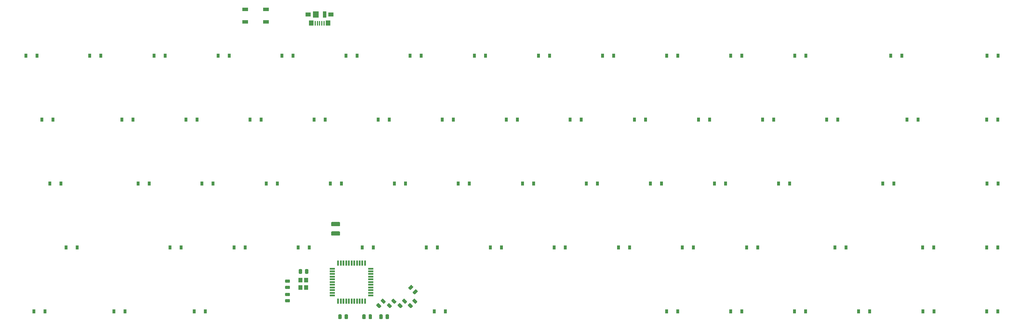
<source format=gbr>
G04 #@! TF.GenerationSoftware,KiCad,Pcbnew,(5.1.5)-3*
G04 #@! TF.CreationDate,2020-05-05T16:11:28-04:00*
G04 #@! TF.ProjectId,TheSedan,54686553-6564-4616-9e2e-6b696361645f,rev?*
G04 #@! TF.SameCoordinates,Original*
G04 #@! TF.FileFunction,Paste,Bot*
G04 #@! TF.FilePolarity,Positive*
%FSLAX46Y46*%
G04 Gerber Fmt 4.6, Leading zero omitted, Abs format (unit mm)*
G04 Created by KiCad (PCBNEW (5.1.5)-3) date 2020-05-05 16:11:28*
%MOMM*%
%LPD*%
G04 APERTURE LIST*
%ADD10C,0.100000*%
%ADD11R,1.000000X1.900000*%
%ADD12R,1.800000X1.900000*%
%ADD13R,1.650000X1.300000*%
%ADD14R,1.425000X1.550000*%
%ADD15R,0.450000X1.380000*%
%ADD16R,1.200000X1.400000*%
%ADD17R,1.500000X0.550000*%
%ADD18R,0.550000X1.500000*%
%ADD19R,1.800000X1.100000*%
%ADD20R,0.900000X1.200000*%
G04 APERTURE END LIST*
D10*
G36*
X481136392Y-148526174D02*
G01*
X481160053Y-148529684D01*
X481183257Y-148535496D01*
X481205779Y-148543554D01*
X481227403Y-148553782D01*
X481247920Y-148566079D01*
X481267133Y-148580329D01*
X481284857Y-148596393D01*
X481300921Y-148614117D01*
X481315171Y-148633330D01*
X481327468Y-148653847D01*
X481337696Y-148675471D01*
X481345754Y-148697993D01*
X481351566Y-148721197D01*
X481355076Y-148744858D01*
X481356250Y-148768750D01*
X481356250Y-149681250D01*
X481355076Y-149705142D01*
X481351566Y-149728803D01*
X481345754Y-149752007D01*
X481337696Y-149774529D01*
X481327468Y-149796153D01*
X481315171Y-149816670D01*
X481300921Y-149835883D01*
X481284857Y-149853607D01*
X481267133Y-149869671D01*
X481247920Y-149883921D01*
X481227403Y-149896218D01*
X481205779Y-149906446D01*
X481183257Y-149914504D01*
X481160053Y-149920316D01*
X481136392Y-149923826D01*
X481112500Y-149925000D01*
X480625000Y-149925000D01*
X480601108Y-149923826D01*
X480577447Y-149920316D01*
X480554243Y-149914504D01*
X480531721Y-149906446D01*
X480510097Y-149896218D01*
X480489580Y-149883921D01*
X480470367Y-149869671D01*
X480452643Y-149853607D01*
X480436579Y-149835883D01*
X480422329Y-149816670D01*
X480410032Y-149796153D01*
X480399804Y-149774529D01*
X480391746Y-149752007D01*
X480385934Y-149728803D01*
X480382424Y-149705142D01*
X480381250Y-149681250D01*
X480381250Y-148768750D01*
X480382424Y-148744858D01*
X480385934Y-148721197D01*
X480391746Y-148697993D01*
X480399804Y-148675471D01*
X480410032Y-148653847D01*
X480422329Y-148633330D01*
X480436579Y-148614117D01*
X480452643Y-148596393D01*
X480470367Y-148580329D01*
X480489580Y-148566079D01*
X480510097Y-148553782D01*
X480531721Y-148543554D01*
X480554243Y-148535496D01*
X480577447Y-148529684D01*
X480601108Y-148526174D01*
X480625000Y-148525000D01*
X481112500Y-148525000D01*
X481136392Y-148526174D01*
G37*
G36*
X483011392Y-148526174D02*
G01*
X483035053Y-148529684D01*
X483058257Y-148535496D01*
X483080779Y-148543554D01*
X483102403Y-148553782D01*
X483122920Y-148566079D01*
X483142133Y-148580329D01*
X483159857Y-148596393D01*
X483175921Y-148614117D01*
X483190171Y-148633330D01*
X483202468Y-148653847D01*
X483212696Y-148675471D01*
X483220754Y-148697993D01*
X483226566Y-148721197D01*
X483230076Y-148744858D01*
X483231250Y-148768750D01*
X483231250Y-149681250D01*
X483230076Y-149705142D01*
X483226566Y-149728803D01*
X483220754Y-149752007D01*
X483212696Y-149774529D01*
X483202468Y-149796153D01*
X483190171Y-149816670D01*
X483175921Y-149835883D01*
X483159857Y-149853607D01*
X483142133Y-149869671D01*
X483122920Y-149883921D01*
X483102403Y-149896218D01*
X483080779Y-149906446D01*
X483058257Y-149914504D01*
X483035053Y-149920316D01*
X483011392Y-149923826D01*
X482987500Y-149925000D01*
X482500000Y-149925000D01*
X482476108Y-149923826D01*
X482452447Y-149920316D01*
X482429243Y-149914504D01*
X482406721Y-149906446D01*
X482385097Y-149896218D01*
X482364580Y-149883921D01*
X482345367Y-149869671D01*
X482327643Y-149853607D01*
X482311579Y-149835883D01*
X482297329Y-149816670D01*
X482285032Y-149796153D01*
X482274804Y-149774529D01*
X482266746Y-149752007D01*
X482260934Y-149728803D01*
X482257424Y-149705142D01*
X482256250Y-149681250D01*
X482256250Y-148768750D01*
X482257424Y-148744858D01*
X482260934Y-148721197D01*
X482266746Y-148697993D01*
X482274804Y-148675471D01*
X482285032Y-148653847D01*
X482297329Y-148633330D01*
X482311579Y-148614117D01*
X482327643Y-148596393D01*
X482345367Y-148580329D01*
X482364580Y-148566079D01*
X482385097Y-148553782D01*
X482406721Y-148543554D01*
X482429243Y-148535496D01*
X482452447Y-148529684D01*
X482476108Y-148526174D01*
X482500000Y-148525000D01*
X482987500Y-148525000D01*
X483011392Y-148526174D01*
G37*
G36*
X492430754Y-134501204D02*
G01*
X492455023Y-134504804D01*
X492478821Y-134510765D01*
X492501921Y-134519030D01*
X492524099Y-134529520D01*
X492545143Y-134542133D01*
X492564848Y-134556747D01*
X492583027Y-134573223D01*
X492599503Y-134591402D01*
X492614117Y-134611107D01*
X492626730Y-134632151D01*
X492637220Y-134654329D01*
X492645485Y-134677429D01*
X492651446Y-134701227D01*
X492655046Y-134725496D01*
X492656250Y-134750000D01*
X492656250Y-135500000D01*
X492655046Y-135524504D01*
X492651446Y-135548773D01*
X492645485Y-135572571D01*
X492637220Y-135595671D01*
X492626730Y-135617849D01*
X492614117Y-135638893D01*
X492599503Y-135658598D01*
X492583027Y-135676777D01*
X492564848Y-135693253D01*
X492545143Y-135707867D01*
X492524099Y-135720480D01*
X492501921Y-135730970D01*
X492478821Y-135739235D01*
X492455023Y-135745196D01*
X492430754Y-135748796D01*
X492406250Y-135750000D01*
X490256250Y-135750000D01*
X490231746Y-135748796D01*
X490207477Y-135745196D01*
X490183679Y-135739235D01*
X490160579Y-135730970D01*
X490138401Y-135720480D01*
X490117357Y-135707867D01*
X490097652Y-135693253D01*
X490079473Y-135676777D01*
X490062997Y-135658598D01*
X490048383Y-135638893D01*
X490035770Y-135617849D01*
X490025280Y-135595671D01*
X490017015Y-135572571D01*
X490011054Y-135548773D01*
X490007454Y-135524504D01*
X490006250Y-135500000D01*
X490006250Y-134750000D01*
X490007454Y-134725496D01*
X490011054Y-134701227D01*
X490017015Y-134677429D01*
X490025280Y-134654329D01*
X490035770Y-134632151D01*
X490048383Y-134611107D01*
X490062997Y-134591402D01*
X490079473Y-134573223D01*
X490097652Y-134556747D01*
X490117357Y-134542133D01*
X490138401Y-134529520D01*
X490160579Y-134519030D01*
X490183679Y-134510765D01*
X490207477Y-134504804D01*
X490231746Y-134501204D01*
X490256250Y-134500000D01*
X492406250Y-134500000D01*
X492430754Y-134501204D01*
G37*
G36*
X492430754Y-137301204D02*
G01*
X492455023Y-137304804D01*
X492478821Y-137310765D01*
X492501921Y-137319030D01*
X492524099Y-137329520D01*
X492545143Y-137342133D01*
X492564848Y-137356747D01*
X492583027Y-137373223D01*
X492599503Y-137391402D01*
X492614117Y-137411107D01*
X492626730Y-137432151D01*
X492637220Y-137454329D01*
X492645485Y-137477429D01*
X492651446Y-137501227D01*
X492655046Y-137525496D01*
X492656250Y-137550000D01*
X492656250Y-138300000D01*
X492655046Y-138324504D01*
X492651446Y-138348773D01*
X492645485Y-138372571D01*
X492637220Y-138395671D01*
X492626730Y-138417849D01*
X492614117Y-138438893D01*
X492599503Y-138458598D01*
X492583027Y-138476777D01*
X492564848Y-138493253D01*
X492545143Y-138507867D01*
X492524099Y-138520480D01*
X492501921Y-138530970D01*
X492478821Y-138539235D01*
X492455023Y-138545196D01*
X492430754Y-138548796D01*
X492406250Y-138550000D01*
X490256250Y-138550000D01*
X490231746Y-138548796D01*
X490207477Y-138545196D01*
X490183679Y-138539235D01*
X490160579Y-138530970D01*
X490138401Y-138520480D01*
X490117357Y-138507867D01*
X490097652Y-138493253D01*
X490079473Y-138476777D01*
X490062997Y-138458598D01*
X490048383Y-138438893D01*
X490035770Y-138417849D01*
X490025280Y-138395671D01*
X490017015Y-138372571D01*
X490011054Y-138348773D01*
X490007454Y-138324504D01*
X490006250Y-138300000D01*
X490006250Y-137550000D01*
X490007454Y-137525496D01*
X490011054Y-137501227D01*
X490017015Y-137477429D01*
X490025280Y-137454329D01*
X490035770Y-137432151D01*
X490048383Y-137411107D01*
X490062997Y-137391402D01*
X490079473Y-137373223D01*
X490097652Y-137356747D01*
X490117357Y-137342133D01*
X490138401Y-137329520D01*
X490160579Y-137319030D01*
X490183679Y-137310765D01*
X490207477Y-137304804D01*
X490231746Y-137301204D01*
X490256250Y-137300000D01*
X492406250Y-137300000D01*
X492430754Y-137301204D01*
G37*
D11*
X488118750Y-72618750D03*
D12*
X485418750Y-72618750D03*
D13*
X489943750Y-72618750D03*
X483193750Y-72618750D03*
D14*
X489056250Y-75193750D03*
X484081250Y-75193750D03*
D15*
X487868750Y-75278750D03*
X487218750Y-75278750D03*
X486568750Y-75278750D03*
X485918750Y-75278750D03*
X485268750Y-75278750D03*
D16*
X480900000Y-151787500D03*
X480900000Y-153987500D03*
X482600000Y-153987500D03*
X482600000Y-151787500D03*
D17*
X501793750Y-156400000D03*
X501793750Y-155600000D03*
X501793750Y-154800000D03*
X501793750Y-154000000D03*
X501793750Y-153200000D03*
X501793750Y-152400000D03*
X501793750Y-151600000D03*
X501793750Y-150800000D03*
X501793750Y-150000000D03*
X501793750Y-149200000D03*
X501793750Y-148400000D03*
D18*
X500093750Y-146700000D03*
X499293750Y-146700000D03*
X498493750Y-146700000D03*
X497693750Y-146700000D03*
X496893750Y-146700000D03*
X496093750Y-146700000D03*
X495293750Y-146700000D03*
X494493750Y-146700000D03*
X493693750Y-146700000D03*
X492893750Y-146700000D03*
X492093750Y-146700000D03*
D17*
X490393750Y-148400000D03*
X490393750Y-149200000D03*
X490393750Y-150000000D03*
X490393750Y-150800000D03*
X490393750Y-151600000D03*
X490393750Y-152400000D03*
X490393750Y-153200000D03*
X490393750Y-154000000D03*
X490393750Y-154800000D03*
X490393750Y-155600000D03*
X490393750Y-156400000D03*
D18*
X492093750Y-158100000D03*
X492893750Y-158100000D03*
X493693750Y-158100000D03*
X494493750Y-158100000D03*
X495293750Y-158100000D03*
X496093750Y-158100000D03*
X496893750Y-158100000D03*
X497693750Y-158100000D03*
X498493750Y-158100000D03*
X499293750Y-158100000D03*
X500093750Y-158100000D03*
D19*
X464418750Y-71175000D03*
X470618750Y-74875000D03*
X464418750Y-74875000D03*
X470618750Y-71175000D03*
D10*
G36*
X513861239Y-153237036D02*
G01*
X513884900Y-153240546D01*
X513908104Y-153246358D01*
X513930626Y-153254416D01*
X513952250Y-153264644D01*
X513972767Y-153276941D01*
X513991980Y-153291191D01*
X514009704Y-153307255D01*
X514354419Y-153651970D01*
X514370483Y-153669694D01*
X514384733Y-153688907D01*
X514397030Y-153709424D01*
X514407258Y-153731048D01*
X514415316Y-153753570D01*
X514421128Y-153776774D01*
X514424638Y-153800435D01*
X514425812Y-153824327D01*
X514424638Y-153848219D01*
X514421128Y-153871880D01*
X514415316Y-153895084D01*
X514407258Y-153917606D01*
X514397030Y-153939230D01*
X514384733Y-153959747D01*
X514370483Y-153978960D01*
X514354419Y-153996684D01*
X513709184Y-154641919D01*
X513691460Y-154657983D01*
X513672247Y-154672233D01*
X513651730Y-154684530D01*
X513630106Y-154694758D01*
X513607584Y-154702816D01*
X513584380Y-154708628D01*
X513560719Y-154712138D01*
X513536827Y-154713312D01*
X513512935Y-154712138D01*
X513489274Y-154708628D01*
X513466070Y-154702816D01*
X513443548Y-154694758D01*
X513421924Y-154684530D01*
X513401407Y-154672233D01*
X513382194Y-154657983D01*
X513364470Y-154641919D01*
X513019755Y-154297204D01*
X513003691Y-154279480D01*
X512989441Y-154260267D01*
X512977144Y-154239750D01*
X512966916Y-154218126D01*
X512958858Y-154195604D01*
X512953046Y-154172400D01*
X512949536Y-154148739D01*
X512948362Y-154124847D01*
X512949536Y-154100955D01*
X512953046Y-154077294D01*
X512958858Y-154054090D01*
X512966916Y-154031568D01*
X512977144Y-154009944D01*
X512989441Y-153989427D01*
X513003691Y-153970214D01*
X513019755Y-153952490D01*
X513664990Y-153307255D01*
X513682714Y-153291191D01*
X513701927Y-153276941D01*
X513722444Y-153264644D01*
X513744068Y-153254416D01*
X513766590Y-153246358D01*
X513789794Y-153240546D01*
X513813455Y-153237036D01*
X513837347Y-153235862D01*
X513861239Y-153237036D01*
G37*
G36*
X515187065Y-154562862D02*
G01*
X515210726Y-154566372D01*
X515233930Y-154572184D01*
X515256452Y-154580242D01*
X515278076Y-154590470D01*
X515298593Y-154602767D01*
X515317806Y-154617017D01*
X515335530Y-154633081D01*
X515680245Y-154977796D01*
X515696309Y-154995520D01*
X515710559Y-155014733D01*
X515722856Y-155035250D01*
X515733084Y-155056874D01*
X515741142Y-155079396D01*
X515746954Y-155102600D01*
X515750464Y-155126261D01*
X515751638Y-155150153D01*
X515750464Y-155174045D01*
X515746954Y-155197706D01*
X515741142Y-155220910D01*
X515733084Y-155243432D01*
X515722856Y-155265056D01*
X515710559Y-155285573D01*
X515696309Y-155304786D01*
X515680245Y-155322510D01*
X515035010Y-155967745D01*
X515017286Y-155983809D01*
X514998073Y-155998059D01*
X514977556Y-156010356D01*
X514955932Y-156020584D01*
X514933410Y-156028642D01*
X514910206Y-156034454D01*
X514886545Y-156037964D01*
X514862653Y-156039138D01*
X514838761Y-156037964D01*
X514815100Y-156034454D01*
X514791896Y-156028642D01*
X514769374Y-156020584D01*
X514747750Y-156010356D01*
X514727233Y-155998059D01*
X514708020Y-155983809D01*
X514690296Y-155967745D01*
X514345581Y-155623030D01*
X514329517Y-155605306D01*
X514315267Y-155586093D01*
X514302970Y-155565576D01*
X514292742Y-155543952D01*
X514284684Y-155521430D01*
X514278872Y-155498226D01*
X514275362Y-155474565D01*
X514274188Y-155450673D01*
X514275362Y-155426781D01*
X514278872Y-155403120D01*
X514284684Y-155379916D01*
X514292742Y-155357394D01*
X514302970Y-155335770D01*
X514315267Y-155315253D01*
X514329517Y-155296040D01*
X514345581Y-155278316D01*
X514990816Y-154633081D01*
X515008540Y-154617017D01*
X515027753Y-154602767D01*
X515048270Y-154590470D01*
X515069894Y-154580242D01*
X515092416Y-154572184D01*
X515115620Y-154566372D01*
X515139281Y-154562862D01*
X515163173Y-154561688D01*
X515187065Y-154562862D01*
G37*
G36*
X477523892Y-157469924D02*
G01*
X477547553Y-157473434D01*
X477570757Y-157479246D01*
X477593279Y-157487304D01*
X477614903Y-157497532D01*
X477635420Y-157509829D01*
X477654633Y-157524079D01*
X477672357Y-157540143D01*
X477688421Y-157557867D01*
X477702671Y-157577080D01*
X477714968Y-157597597D01*
X477725196Y-157619221D01*
X477733254Y-157641743D01*
X477739066Y-157664947D01*
X477742576Y-157688608D01*
X477743750Y-157712500D01*
X477743750Y-158200000D01*
X477742576Y-158223892D01*
X477739066Y-158247553D01*
X477733254Y-158270757D01*
X477725196Y-158293279D01*
X477714968Y-158314903D01*
X477702671Y-158335420D01*
X477688421Y-158354633D01*
X477672357Y-158372357D01*
X477654633Y-158388421D01*
X477635420Y-158402671D01*
X477614903Y-158414968D01*
X477593279Y-158425196D01*
X477570757Y-158433254D01*
X477547553Y-158439066D01*
X477523892Y-158442576D01*
X477500000Y-158443750D01*
X476587500Y-158443750D01*
X476563608Y-158442576D01*
X476539947Y-158439066D01*
X476516743Y-158433254D01*
X476494221Y-158425196D01*
X476472597Y-158414968D01*
X476452080Y-158402671D01*
X476432867Y-158388421D01*
X476415143Y-158372357D01*
X476399079Y-158354633D01*
X476384829Y-158335420D01*
X476372532Y-158314903D01*
X476362304Y-158293279D01*
X476354246Y-158270757D01*
X476348434Y-158247553D01*
X476344924Y-158223892D01*
X476343750Y-158200000D01*
X476343750Y-157712500D01*
X476344924Y-157688608D01*
X476348434Y-157664947D01*
X476354246Y-157641743D01*
X476362304Y-157619221D01*
X476372532Y-157597597D01*
X476384829Y-157577080D01*
X476399079Y-157557867D01*
X476415143Y-157540143D01*
X476432867Y-157524079D01*
X476452080Y-157509829D01*
X476472597Y-157497532D01*
X476494221Y-157487304D01*
X476516743Y-157479246D01*
X476539947Y-157473434D01*
X476563608Y-157469924D01*
X476587500Y-157468750D01*
X477500000Y-157468750D01*
X477523892Y-157469924D01*
G37*
G36*
X477523892Y-155594924D02*
G01*
X477547553Y-155598434D01*
X477570757Y-155604246D01*
X477593279Y-155612304D01*
X477614903Y-155622532D01*
X477635420Y-155634829D01*
X477654633Y-155649079D01*
X477672357Y-155665143D01*
X477688421Y-155682867D01*
X477702671Y-155702080D01*
X477714968Y-155722597D01*
X477725196Y-155744221D01*
X477733254Y-155766743D01*
X477739066Y-155789947D01*
X477742576Y-155813608D01*
X477743750Y-155837500D01*
X477743750Y-156325000D01*
X477742576Y-156348892D01*
X477739066Y-156372553D01*
X477733254Y-156395757D01*
X477725196Y-156418279D01*
X477714968Y-156439903D01*
X477702671Y-156460420D01*
X477688421Y-156479633D01*
X477672357Y-156497357D01*
X477654633Y-156513421D01*
X477635420Y-156527671D01*
X477614903Y-156539968D01*
X477593279Y-156550196D01*
X477570757Y-156558254D01*
X477547553Y-156564066D01*
X477523892Y-156567576D01*
X477500000Y-156568750D01*
X476587500Y-156568750D01*
X476563608Y-156567576D01*
X476539947Y-156564066D01*
X476516743Y-156558254D01*
X476494221Y-156550196D01*
X476472597Y-156539968D01*
X476452080Y-156527671D01*
X476432867Y-156513421D01*
X476415143Y-156497357D01*
X476399079Y-156479633D01*
X476384829Y-156460420D01*
X476372532Y-156439903D01*
X476362304Y-156418279D01*
X476354246Y-156395757D01*
X476348434Y-156372553D01*
X476344924Y-156348892D01*
X476343750Y-156325000D01*
X476343750Y-155837500D01*
X476344924Y-155813608D01*
X476348434Y-155789947D01*
X476354246Y-155766743D01*
X476362304Y-155744221D01*
X476372532Y-155722597D01*
X476384829Y-155702080D01*
X476399079Y-155682867D01*
X476415143Y-155665143D01*
X476432867Y-155649079D01*
X476452080Y-155634829D01*
X476472597Y-155622532D01*
X476494221Y-155612304D01*
X476516743Y-155604246D01*
X476539947Y-155598434D01*
X476563608Y-155594924D01*
X476587500Y-155593750D01*
X477500000Y-155593750D01*
X477523892Y-155594924D01*
G37*
G36*
X501917642Y-162019924D02*
G01*
X501941303Y-162023434D01*
X501964507Y-162029246D01*
X501987029Y-162037304D01*
X502008653Y-162047532D01*
X502029170Y-162059829D01*
X502048383Y-162074079D01*
X502066107Y-162090143D01*
X502082171Y-162107867D01*
X502096421Y-162127080D01*
X502108718Y-162147597D01*
X502118946Y-162169221D01*
X502127004Y-162191743D01*
X502132816Y-162214947D01*
X502136326Y-162238608D01*
X502137500Y-162262500D01*
X502137500Y-163175000D01*
X502136326Y-163198892D01*
X502132816Y-163222553D01*
X502127004Y-163245757D01*
X502118946Y-163268279D01*
X502108718Y-163289903D01*
X502096421Y-163310420D01*
X502082171Y-163329633D01*
X502066107Y-163347357D01*
X502048383Y-163363421D01*
X502029170Y-163377671D01*
X502008653Y-163389968D01*
X501987029Y-163400196D01*
X501964507Y-163408254D01*
X501941303Y-163414066D01*
X501917642Y-163417576D01*
X501893750Y-163418750D01*
X501406250Y-163418750D01*
X501382358Y-163417576D01*
X501358697Y-163414066D01*
X501335493Y-163408254D01*
X501312971Y-163400196D01*
X501291347Y-163389968D01*
X501270830Y-163377671D01*
X501251617Y-163363421D01*
X501233893Y-163347357D01*
X501217829Y-163329633D01*
X501203579Y-163310420D01*
X501191282Y-163289903D01*
X501181054Y-163268279D01*
X501172996Y-163245757D01*
X501167184Y-163222553D01*
X501163674Y-163198892D01*
X501162500Y-163175000D01*
X501162500Y-162262500D01*
X501163674Y-162238608D01*
X501167184Y-162214947D01*
X501172996Y-162191743D01*
X501181054Y-162169221D01*
X501191282Y-162147597D01*
X501203579Y-162127080D01*
X501217829Y-162107867D01*
X501233893Y-162090143D01*
X501251617Y-162074079D01*
X501270830Y-162059829D01*
X501291347Y-162047532D01*
X501312971Y-162037304D01*
X501335493Y-162029246D01*
X501358697Y-162023434D01*
X501382358Y-162019924D01*
X501406250Y-162018750D01*
X501893750Y-162018750D01*
X501917642Y-162019924D01*
G37*
G36*
X500042642Y-162019924D02*
G01*
X500066303Y-162023434D01*
X500089507Y-162029246D01*
X500112029Y-162037304D01*
X500133653Y-162047532D01*
X500154170Y-162059829D01*
X500173383Y-162074079D01*
X500191107Y-162090143D01*
X500207171Y-162107867D01*
X500221421Y-162127080D01*
X500233718Y-162147597D01*
X500243946Y-162169221D01*
X500252004Y-162191743D01*
X500257816Y-162214947D01*
X500261326Y-162238608D01*
X500262500Y-162262500D01*
X500262500Y-163175000D01*
X500261326Y-163198892D01*
X500257816Y-163222553D01*
X500252004Y-163245757D01*
X500243946Y-163268279D01*
X500233718Y-163289903D01*
X500221421Y-163310420D01*
X500207171Y-163329633D01*
X500191107Y-163347357D01*
X500173383Y-163363421D01*
X500154170Y-163377671D01*
X500133653Y-163389968D01*
X500112029Y-163400196D01*
X500089507Y-163408254D01*
X500066303Y-163414066D01*
X500042642Y-163417576D01*
X500018750Y-163418750D01*
X499531250Y-163418750D01*
X499507358Y-163417576D01*
X499483697Y-163414066D01*
X499460493Y-163408254D01*
X499437971Y-163400196D01*
X499416347Y-163389968D01*
X499395830Y-163377671D01*
X499376617Y-163363421D01*
X499358893Y-163347357D01*
X499342829Y-163329633D01*
X499328579Y-163310420D01*
X499316282Y-163289903D01*
X499306054Y-163268279D01*
X499297996Y-163245757D01*
X499292184Y-163222553D01*
X499288674Y-163198892D01*
X499287500Y-163175000D01*
X499287500Y-162262500D01*
X499288674Y-162238608D01*
X499292184Y-162214947D01*
X499297996Y-162191743D01*
X499306054Y-162169221D01*
X499316282Y-162147597D01*
X499328579Y-162127080D01*
X499342829Y-162107867D01*
X499358893Y-162090143D01*
X499376617Y-162074079D01*
X499395830Y-162059829D01*
X499416347Y-162047532D01*
X499437971Y-162037304D01*
X499460493Y-162029246D01*
X499483697Y-162023434D01*
X499507358Y-162019924D01*
X499531250Y-162018750D01*
X500018750Y-162018750D01*
X500042642Y-162019924D01*
G37*
G36*
X506967642Y-162019924D02*
G01*
X506991303Y-162023434D01*
X507014507Y-162029246D01*
X507037029Y-162037304D01*
X507058653Y-162047532D01*
X507079170Y-162059829D01*
X507098383Y-162074079D01*
X507116107Y-162090143D01*
X507132171Y-162107867D01*
X507146421Y-162127080D01*
X507158718Y-162147597D01*
X507168946Y-162169221D01*
X507177004Y-162191743D01*
X507182816Y-162214947D01*
X507186326Y-162238608D01*
X507187500Y-162262500D01*
X507187500Y-163175000D01*
X507186326Y-163198892D01*
X507182816Y-163222553D01*
X507177004Y-163245757D01*
X507168946Y-163268279D01*
X507158718Y-163289903D01*
X507146421Y-163310420D01*
X507132171Y-163329633D01*
X507116107Y-163347357D01*
X507098383Y-163363421D01*
X507079170Y-163377671D01*
X507058653Y-163389968D01*
X507037029Y-163400196D01*
X507014507Y-163408254D01*
X506991303Y-163414066D01*
X506967642Y-163417576D01*
X506943750Y-163418750D01*
X506456250Y-163418750D01*
X506432358Y-163417576D01*
X506408697Y-163414066D01*
X506385493Y-163408254D01*
X506362971Y-163400196D01*
X506341347Y-163389968D01*
X506320830Y-163377671D01*
X506301617Y-163363421D01*
X506283893Y-163347357D01*
X506267829Y-163329633D01*
X506253579Y-163310420D01*
X506241282Y-163289903D01*
X506231054Y-163268279D01*
X506222996Y-163245757D01*
X506217184Y-163222553D01*
X506213674Y-163198892D01*
X506212500Y-163175000D01*
X506212500Y-162262500D01*
X506213674Y-162238608D01*
X506217184Y-162214947D01*
X506222996Y-162191743D01*
X506231054Y-162169221D01*
X506241282Y-162147597D01*
X506253579Y-162127080D01*
X506267829Y-162107867D01*
X506283893Y-162090143D01*
X506301617Y-162074079D01*
X506320830Y-162059829D01*
X506341347Y-162047532D01*
X506362971Y-162037304D01*
X506385493Y-162029246D01*
X506408697Y-162023434D01*
X506432358Y-162019924D01*
X506456250Y-162018750D01*
X506943750Y-162018750D01*
X506967642Y-162019924D01*
G37*
G36*
X505092642Y-162019924D02*
G01*
X505116303Y-162023434D01*
X505139507Y-162029246D01*
X505162029Y-162037304D01*
X505183653Y-162047532D01*
X505204170Y-162059829D01*
X505223383Y-162074079D01*
X505241107Y-162090143D01*
X505257171Y-162107867D01*
X505271421Y-162127080D01*
X505283718Y-162147597D01*
X505293946Y-162169221D01*
X505302004Y-162191743D01*
X505307816Y-162214947D01*
X505311326Y-162238608D01*
X505312500Y-162262500D01*
X505312500Y-163175000D01*
X505311326Y-163198892D01*
X505307816Y-163222553D01*
X505302004Y-163245757D01*
X505293946Y-163268279D01*
X505283718Y-163289903D01*
X505271421Y-163310420D01*
X505257171Y-163329633D01*
X505241107Y-163347357D01*
X505223383Y-163363421D01*
X505204170Y-163377671D01*
X505183653Y-163389968D01*
X505162029Y-163400196D01*
X505139507Y-163408254D01*
X505116303Y-163414066D01*
X505092642Y-163417576D01*
X505068750Y-163418750D01*
X504581250Y-163418750D01*
X504557358Y-163417576D01*
X504533697Y-163414066D01*
X504510493Y-163408254D01*
X504487971Y-163400196D01*
X504466347Y-163389968D01*
X504445830Y-163377671D01*
X504426617Y-163363421D01*
X504408893Y-163347357D01*
X504392829Y-163329633D01*
X504378579Y-163310420D01*
X504366282Y-163289903D01*
X504356054Y-163268279D01*
X504347996Y-163245757D01*
X504342184Y-163222553D01*
X504338674Y-163198892D01*
X504337500Y-163175000D01*
X504337500Y-162262500D01*
X504338674Y-162238608D01*
X504342184Y-162214947D01*
X504347996Y-162191743D01*
X504356054Y-162169221D01*
X504366282Y-162147597D01*
X504378579Y-162127080D01*
X504392829Y-162107867D01*
X504408893Y-162090143D01*
X504426617Y-162074079D01*
X504445830Y-162059829D01*
X504466347Y-162047532D01*
X504487971Y-162037304D01*
X504510493Y-162029246D01*
X504533697Y-162023434D01*
X504557358Y-162019924D01*
X504581250Y-162018750D01*
X505068750Y-162018750D01*
X505092642Y-162019924D01*
G37*
D20*
X688243750Y-161131250D03*
X684943750Y-161131250D03*
X688243750Y-142081250D03*
X684943750Y-142081250D03*
X688306250Y-123031250D03*
X685006250Y-123031250D03*
X688243750Y-103981250D03*
X684943750Y-103981250D03*
X688306250Y-84931250D03*
X685006250Y-84931250D03*
X669256250Y-161131250D03*
X665956250Y-161131250D03*
X669193750Y-142081250D03*
X665893750Y-142081250D03*
X657287500Y-123031250D03*
X653987500Y-123031250D03*
X664493750Y-103981250D03*
X661193750Y-103981250D03*
X659668750Y-84931250D03*
X656368750Y-84931250D03*
X650143750Y-161131250D03*
X646843750Y-161131250D03*
X640681250Y-103981250D03*
X637381250Y-103981250D03*
X631156250Y-84931250D03*
X627856250Y-84931250D03*
X631093750Y-161131250D03*
X627793750Y-161131250D03*
X643062500Y-142081250D03*
X639762500Y-142081250D03*
X626331250Y-123031250D03*
X623031250Y-123031250D03*
X621631250Y-103981250D03*
X618331250Y-103981250D03*
X612106250Y-84931250D03*
X608806250Y-84931250D03*
X612106250Y-161131250D03*
X608806250Y-161131250D03*
X616868750Y-142081250D03*
X613568750Y-142081250D03*
X607281250Y-123031250D03*
X603981250Y-123031250D03*
X602518750Y-103981250D03*
X599218750Y-103981250D03*
X593056250Y-84931250D03*
X589756250Y-84931250D03*
X593056250Y-161131250D03*
X589756250Y-161131250D03*
X597756250Y-142081250D03*
X594456250Y-142081250D03*
X588231250Y-123031250D03*
X584931250Y-123031250D03*
X583531250Y-103981250D03*
X580231250Y-103981250D03*
X574006250Y-84931250D03*
X570706250Y-84931250D03*
X578768750Y-142081250D03*
X575468750Y-142081250D03*
X569181250Y-123031250D03*
X565881250Y-123031250D03*
X564356250Y-103981250D03*
X561056250Y-103981250D03*
X554956250Y-84931250D03*
X551656250Y-84931250D03*
X559656250Y-142081250D03*
X556356250Y-142081250D03*
X550193750Y-123031250D03*
X546893750Y-123031250D03*
X545368750Y-103981250D03*
X542068750Y-103981250D03*
X535906250Y-84931250D03*
X532606250Y-84931250D03*
X523937500Y-161131250D03*
X520637500Y-161131250D03*
X540668750Y-142081250D03*
X537368750Y-142081250D03*
X531081250Y-123031250D03*
X527781250Y-123031250D03*
X526318750Y-103981250D03*
X523018750Y-103981250D03*
X516793750Y-84931250D03*
X513493750Y-84931250D03*
X521618750Y-142081250D03*
X518318750Y-142081250D03*
X512093750Y-123031250D03*
X508793750Y-123031250D03*
X507331250Y-103981250D03*
X504031250Y-103981250D03*
X497743750Y-84931250D03*
X494443750Y-84931250D03*
X502568750Y-142081250D03*
X499268750Y-142081250D03*
X493043750Y-123031250D03*
X489743750Y-123031250D03*
X488218750Y-103981250D03*
X484918750Y-103981250D03*
X478693750Y-84931250D03*
X475393750Y-84931250D03*
X483518750Y-142081250D03*
X480218750Y-142081250D03*
X473993750Y-123031250D03*
X470693750Y-123031250D03*
X469231250Y-103981250D03*
X465931250Y-103981250D03*
X459706250Y-84931250D03*
X456406250Y-84931250D03*
X452562500Y-161131250D03*
X449262500Y-161131250D03*
X464468750Y-142081250D03*
X461168750Y-142081250D03*
X454881250Y-123031250D03*
X451581250Y-123031250D03*
X450118750Y-103981250D03*
X446818750Y-103981250D03*
X440656250Y-84931250D03*
X437356250Y-84931250D03*
X428750000Y-161131250D03*
X425450000Y-161131250D03*
X445418750Y-142081250D03*
X442118750Y-142081250D03*
X435893750Y-123031250D03*
X432593750Y-123031250D03*
X431131250Y-103981250D03*
X427831250Y-103981250D03*
X421543750Y-84931250D03*
X418243750Y-84931250D03*
X404937500Y-161131250D03*
X401637500Y-161131250D03*
X414462500Y-142081250D03*
X411162500Y-142081250D03*
X409637500Y-123031250D03*
X406337500Y-123031250D03*
X407318750Y-103981250D03*
X404018750Y-103981250D03*
X402556250Y-84931250D03*
X399256250Y-84931250D03*
D10*
G36*
X505361545Y-157349536D02*
G01*
X505385206Y-157353046D01*
X505408410Y-157358858D01*
X505430932Y-157366916D01*
X505452556Y-157377144D01*
X505473073Y-157389441D01*
X505492286Y-157403691D01*
X505510010Y-157419755D01*
X506155245Y-158064990D01*
X506171309Y-158082714D01*
X506185559Y-158101927D01*
X506197856Y-158122444D01*
X506208084Y-158144068D01*
X506216142Y-158166590D01*
X506221954Y-158189794D01*
X506225464Y-158213455D01*
X506226638Y-158237347D01*
X506225464Y-158261239D01*
X506221954Y-158284900D01*
X506216142Y-158308104D01*
X506208084Y-158330626D01*
X506197856Y-158352250D01*
X506185559Y-158372767D01*
X506171309Y-158391980D01*
X506155245Y-158409704D01*
X505810530Y-158754419D01*
X505792806Y-158770483D01*
X505773593Y-158784733D01*
X505753076Y-158797030D01*
X505731452Y-158807258D01*
X505708930Y-158815316D01*
X505685726Y-158821128D01*
X505662065Y-158824638D01*
X505638173Y-158825812D01*
X505614281Y-158824638D01*
X505590620Y-158821128D01*
X505567416Y-158815316D01*
X505544894Y-158807258D01*
X505523270Y-158797030D01*
X505502753Y-158784733D01*
X505483540Y-158770483D01*
X505465816Y-158754419D01*
X504820581Y-158109184D01*
X504804517Y-158091460D01*
X504790267Y-158072247D01*
X504777970Y-158051730D01*
X504767742Y-158030106D01*
X504759684Y-158007584D01*
X504753872Y-157984380D01*
X504750362Y-157960719D01*
X504749188Y-157936827D01*
X504750362Y-157912935D01*
X504753872Y-157889274D01*
X504759684Y-157866070D01*
X504767742Y-157843548D01*
X504777970Y-157821924D01*
X504790267Y-157801407D01*
X504804517Y-157782194D01*
X504820581Y-157764470D01*
X505165296Y-157419755D01*
X505183020Y-157403691D01*
X505202233Y-157389441D01*
X505222750Y-157377144D01*
X505244374Y-157366916D01*
X505266896Y-157358858D01*
X505290100Y-157353046D01*
X505313761Y-157349536D01*
X505337653Y-157348362D01*
X505361545Y-157349536D01*
G37*
G36*
X504035719Y-158675362D02*
G01*
X504059380Y-158678872D01*
X504082584Y-158684684D01*
X504105106Y-158692742D01*
X504126730Y-158702970D01*
X504147247Y-158715267D01*
X504166460Y-158729517D01*
X504184184Y-158745581D01*
X504829419Y-159390816D01*
X504845483Y-159408540D01*
X504859733Y-159427753D01*
X504872030Y-159448270D01*
X504882258Y-159469894D01*
X504890316Y-159492416D01*
X504896128Y-159515620D01*
X504899638Y-159539281D01*
X504900812Y-159563173D01*
X504899638Y-159587065D01*
X504896128Y-159610726D01*
X504890316Y-159633930D01*
X504882258Y-159656452D01*
X504872030Y-159678076D01*
X504859733Y-159698593D01*
X504845483Y-159717806D01*
X504829419Y-159735530D01*
X504484704Y-160080245D01*
X504466980Y-160096309D01*
X504447767Y-160110559D01*
X504427250Y-160122856D01*
X504405626Y-160133084D01*
X504383104Y-160141142D01*
X504359900Y-160146954D01*
X504336239Y-160150464D01*
X504312347Y-160151638D01*
X504288455Y-160150464D01*
X504264794Y-160146954D01*
X504241590Y-160141142D01*
X504219068Y-160133084D01*
X504197444Y-160122856D01*
X504176927Y-160110559D01*
X504157714Y-160096309D01*
X504139990Y-160080245D01*
X503494755Y-159435010D01*
X503478691Y-159417286D01*
X503464441Y-159398073D01*
X503452144Y-159377556D01*
X503441916Y-159355932D01*
X503433858Y-159333410D01*
X503428046Y-159310206D01*
X503424536Y-159286545D01*
X503423362Y-159262653D01*
X503424536Y-159238761D01*
X503428046Y-159215100D01*
X503433858Y-159191896D01*
X503441916Y-159169374D01*
X503452144Y-159147750D01*
X503464441Y-159127233D01*
X503478691Y-159108020D01*
X503494755Y-159090296D01*
X503839470Y-158745581D01*
X503857194Y-158729517D01*
X503876407Y-158715267D01*
X503896924Y-158702970D01*
X503918548Y-158692742D01*
X503941070Y-158684684D01*
X503964274Y-158678872D01*
X503987935Y-158675362D01*
X504011827Y-158674188D01*
X504035719Y-158675362D01*
G37*
G36*
X508536545Y-157349536D02*
G01*
X508560206Y-157353046D01*
X508583410Y-157358858D01*
X508605932Y-157366916D01*
X508627556Y-157377144D01*
X508648073Y-157389441D01*
X508667286Y-157403691D01*
X508685010Y-157419755D01*
X509330245Y-158064990D01*
X509346309Y-158082714D01*
X509360559Y-158101927D01*
X509372856Y-158122444D01*
X509383084Y-158144068D01*
X509391142Y-158166590D01*
X509396954Y-158189794D01*
X509400464Y-158213455D01*
X509401638Y-158237347D01*
X509400464Y-158261239D01*
X509396954Y-158284900D01*
X509391142Y-158308104D01*
X509383084Y-158330626D01*
X509372856Y-158352250D01*
X509360559Y-158372767D01*
X509346309Y-158391980D01*
X509330245Y-158409704D01*
X508985530Y-158754419D01*
X508967806Y-158770483D01*
X508948593Y-158784733D01*
X508928076Y-158797030D01*
X508906452Y-158807258D01*
X508883930Y-158815316D01*
X508860726Y-158821128D01*
X508837065Y-158824638D01*
X508813173Y-158825812D01*
X508789281Y-158824638D01*
X508765620Y-158821128D01*
X508742416Y-158815316D01*
X508719894Y-158807258D01*
X508698270Y-158797030D01*
X508677753Y-158784733D01*
X508658540Y-158770483D01*
X508640816Y-158754419D01*
X507995581Y-158109184D01*
X507979517Y-158091460D01*
X507965267Y-158072247D01*
X507952970Y-158051730D01*
X507942742Y-158030106D01*
X507934684Y-158007584D01*
X507928872Y-157984380D01*
X507925362Y-157960719D01*
X507924188Y-157936827D01*
X507925362Y-157912935D01*
X507928872Y-157889274D01*
X507934684Y-157866070D01*
X507942742Y-157843548D01*
X507952970Y-157821924D01*
X507965267Y-157801407D01*
X507979517Y-157782194D01*
X507995581Y-157764470D01*
X508340296Y-157419755D01*
X508358020Y-157403691D01*
X508377233Y-157389441D01*
X508397750Y-157377144D01*
X508419374Y-157366916D01*
X508441896Y-157358858D01*
X508465100Y-157353046D01*
X508488761Y-157349536D01*
X508512653Y-157348362D01*
X508536545Y-157349536D01*
G37*
G36*
X507210719Y-158675362D02*
G01*
X507234380Y-158678872D01*
X507257584Y-158684684D01*
X507280106Y-158692742D01*
X507301730Y-158702970D01*
X507322247Y-158715267D01*
X507341460Y-158729517D01*
X507359184Y-158745581D01*
X508004419Y-159390816D01*
X508020483Y-159408540D01*
X508034733Y-159427753D01*
X508047030Y-159448270D01*
X508057258Y-159469894D01*
X508065316Y-159492416D01*
X508071128Y-159515620D01*
X508074638Y-159539281D01*
X508075812Y-159563173D01*
X508074638Y-159587065D01*
X508071128Y-159610726D01*
X508065316Y-159633930D01*
X508057258Y-159656452D01*
X508047030Y-159678076D01*
X508034733Y-159698593D01*
X508020483Y-159717806D01*
X508004419Y-159735530D01*
X507659704Y-160080245D01*
X507641980Y-160096309D01*
X507622767Y-160110559D01*
X507602250Y-160122856D01*
X507580626Y-160133084D01*
X507558104Y-160141142D01*
X507534900Y-160146954D01*
X507511239Y-160150464D01*
X507487347Y-160151638D01*
X507463455Y-160150464D01*
X507439794Y-160146954D01*
X507416590Y-160141142D01*
X507394068Y-160133084D01*
X507372444Y-160122856D01*
X507351927Y-160110559D01*
X507332714Y-160096309D01*
X507314990Y-160080245D01*
X506669755Y-159435010D01*
X506653691Y-159417286D01*
X506639441Y-159398073D01*
X506627144Y-159377556D01*
X506616916Y-159355932D01*
X506608858Y-159333410D01*
X506603046Y-159310206D01*
X506599536Y-159286545D01*
X506598362Y-159262653D01*
X506599536Y-159238761D01*
X506603046Y-159215100D01*
X506608858Y-159191896D01*
X506616916Y-159169374D01*
X506627144Y-159147750D01*
X506639441Y-159127233D01*
X506653691Y-159108020D01*
X506669755Y-159090296D01*
X507014470Y-158745581D01*
X507032194Y-158729517D01*
X507051407Y-158715267D01*
X507071924Y-158702970D01*
X507093548Y-158692742D01*
X507116070Y-158684684D01*
X507139274Y-158678872D01*
X507162935Y-158675362D01*
X507186827Y-158674188D01*
X507210719Y-158675362D01*
G37*
G36*
X511711545Y-157349536D02*
G01*
X511735206Y-157353046D01*
X511758410Y-157358858D01*
X511780932Y-157366916D01*
X511802556Y-157377144D01*
X511823073Y-157389441D01*
X511842286Y-157403691D01*
X511860010Y-157419755D01*
X512505245Y-158064990D01*
X512521309Y-158082714D01*
X512535559Y-158101927D01*
X512547856Y-158122444D01*
X512558084Y-158144068D01*
X512566142Y-158166590D01*
X512571954Y-158189794D01*
X512575464Y-158213455D01*
X512576638Y-158237347D01*
X512575464Y-158261239D01*
X512571954Y-158284900D01*
X512566142Y-158308104D01*
X512558084Y-158330626D01*
X512547856Y-158352250D01*
X512535559Y-158372767D01*
X512521309Y-158391980D01*
X512505245Y-158409704D01*
X512160530Y-158754419D01*
X512142806Y-158770483D01*
X512123593Y-158784733D01*
X512103076Y-158797030D01*
X512081452Y-158807258D01*
X512058930Y-158815316D01*
X512035726Y-158821128D01*
X512012065Y-158824638D01*
X511988173Y-158825812D01*
X511964281Y-158824638D01*
X511940620Y-158821128D01*
X511917416Y-158815316D01*
X511894894Y-158807258D01*
X511873270Y-158797030D01*
X511852753Y-158784733D01*
X511833540Y-158770483D01*
X511815816Y-158754419D01*
X511170581Y-158109184D01*
X511154517Y-158091460D01*
X511140267Y-158072247D01*
X511127970Y-158051730D01*
X511117742Y-158030106D01*
X511109684Y-158007584D01*
X511103872Y-157984380D01*
X511100362Y-157960719D01*
X511099188Y-157936827D01*
X511100362Y-157912935D01*
X511103872Y-157889274D01*
X511109684Y-157866070D01*
X511117742Y-157843548D01*
X511127970Y-157821924D01*
X511140267Y-157801407D01*
X511154517Y-157782194D01*
X511170581Y-157764470D01*
X511515296Y-157419755D01*
X511533020Y-157403691D01*
X511552233Y-157389441D01*
X511572750Y-157377144D01*
X511594374Y-157366916D01*
X511616896Y-157358858D01*
X511640100Y-157353046D01*
X511663761Y-157349536D01*
X511687653Y-157348362D01*
X511711545Y-157349536D01*
G37*
G36*
X510385719Y-158675362D02*
G01*
X510409380Y-158678872D01*
X510432584Y-158684684D01*
X510455106Y-158692742D01*
X510476730Y-158702970D01*
X510497247Y-158715267D01*
X510516460Y-158729517D01*
X510534184Y-158745581D01*
X511179419Y-159390816D01*
X511195483Y-159408540D01*
X511209733Y-159427753D01*
X511222030Y-159448270D01*
X511232258Y-159469894D01*
X511240316Y-159492416D01*
X511246128Y-159515620D01*
X511249638Y-159539281D01*
X511250812Y-159563173D01*
X511249638Y-159587065D01*
X511246128Y-159610726D01*
X511240316Y-159633930D01*
X511232258Y-159656452D01*
X511222030Y-159678076D01*
X511209733Y-159698593D01*
X511195483Y-159717806D01*
X511179419Y-159735530D01*
X510834704Y-160080245D01*
X510816980Y-160096309D01*
X510797767Y-160110559D01*
X510777250Y-160122856D01*
X510755626Y-160133084D01*
X510733104Y-160141142D01*
X510709900Y-160146954D01*
X510686239Y-160150464D01*
X510662347Y-160151638D01*
X510638455Y-160150464D01*
X510614794Y-160146954D01*
X510591590Y-160141142D01*
X510569068Y-160133084D01*
X510547444Y-160122856D01*
X510526927Y-160110559D01*
X510507714Y-160096309D01*
X510489990Y-160080245D01*
X509844755Y-159435010D01*
X509828691Y-159417286D01*
X509814441Y-159398073D01*
X509802144Y-159377556D01*
X509791916Y-159355932D01*
X509783858Y-159333410D01*
X509778046Y-159310206D01*
X509774536Y-159286545D01*
X509773362Y-159262653D01*
X509774536Y-159238761D01*
X509778046Y-159215100D01*
X509783858Y-159191896D01*
X509791916Y-159169374D01*
X509802144Y-159147750D01*
X509814441Y-159127233D01*
X509828691Y-159108020D01*
X509844755Y-159090296D01*
X510189470Y-158745581D01*
X510207194Y-158729517D01*
X510226407Y-158715267D01*
X510246924Y-158702970D01*
X510268548Y-158692742D01*
X510291070Y-158684684D01*
X510314274Y-158678872D01*
X510337935Y-158675362D01*
X510361827Y-158674188D01*
X510385719Y-158675362D01*
G37*
G36*
X514755708Y-157349536D02*
G01*
X514779369Y-157353046D01*
X514802573Y-157358858D01*
X514825095Y-157366916D01*
X514846719Y-157377144D01*
X514867236Y-157389441D01*
X514886449Y-157403691D01*
X514904173Y-157419755D01*
X515549408Y-158064990D01*
X515565472Y-158082714D01*
X515579722Y-158101927D01*
X515592019Y-158122444D01*
X515602247Y-158144068D01*
X515610305Y-158166590D01*
X515616117Y-158189794D01*
X515619627Y-158213455D01*
X515620801Y-158237347D01*
X515619627Y-158261239D01*
X515616117Y-158284900D01*
X515610305Y-158308104D01*
X515602247Y-158330626D01*
X515592019Y-158352250D01*
X515579722Y-158372767D01*
X515565472Y-158391980D01*
X515549408Y-158409704D01*
X515204693Y-158754419D01*
X515186969Y-158770483D01*
X515167756Y-158784733D01*
X515147239Y-158797030D01*
X515125615Y-158807258D01*
X515103093Y-158815316D01*
X515079889Y-158821128D01*
X515056228Y-158824638D01*
X515032336Y-158825812D01*
X515008444Y-158824638D01*
X514984783Y-158821128D01*
X514961579Y-158815316D01*
X514939057Y-158807258D01*
X514917433Y-158797030D01*
X514896916Y-158784733D01*
X514877703Y-158770483D01*
X514859979Y-158754419D01*
X514214744Y-158109184D01*
X514198680Y-158091460D01*
X514184430Y-158072247D01*
X514172133Y-158051730D01*
X514161905Y-158030106D01*
X514153847Y-158007584D01*
X514148035Y-157984380D01*
X514144525Y-157960719D01*
X514143351Y-157936827D01*
X514144525Y-157912935D01*
X514148035Y-157889274D01*
X514153847Y-157866070D01*
X514161905Y-157843548D01*
X514172133Y-157821924D01*
X514184430Y-157801407D01*
X514198680Y-157782194D01*
X514214744Y-157764470D01*
X514559459Y-157419755D01*
X514577183Y-157403691D01*
X514596396Y-157389441D01*
X514616913Y-157377144D01*
X514638537Y-157366916D01*
X514661059Y-157358858D01*
X514684263Y-157353046D01*
X514707924Y-157349536D01*
X514731816Y-157348362D01*
X514755708Y-157349536D01*
G37*
G36*
X513429882Y-158675362D02*
G01*
X513453543Y-158678872D01*
X513476747Y-158684684D01*
X513499269Y-158692742D01*
X513520893Y-158702970D01*
X513541410Y-158715267D01*
X513560623Y-158729517D01*
X513578347Y-158745581D01*
X514223582Y-159390816D01*
X514239646Y-159408540D01*
X514253896Y-159427753D01*
X514266193Y-159448270D01*
X514276421Y-159469894D01*
X514284479Y-159492416D01*
X514290291Y-159515620D01*
X514293801Y-159539281D01*
X514294975Y-159563173D01*
X514293801Y-159587065D01*
X514290291Y-159610726D01*
X514284479Y-159633930D01*
X514276421Y-159656452D01*
X514266193Y-159678076D01*
X514253896Y-159698593D01*
X514239646Y-159717806D01*
X514223582Y-159735530D01*
X513878867Y-160080245D01*
X513861143Y-160096309D01*
X513841930Y-160110559D01*
X513821413Y-160122856D01*
X513799789Y-160133084D01*
X513777267Y-160141142D01*
X513754063Y-160146954D01*
X513730402Y-160150464D01*
X513706510Y-160151638D01*
X513682618Y-160150464D01*
X513658957Y-160146954D01*
X513635753Y-160141142D01*
X513613231Y-160133084D01*
X513591607Y-160122856D01*
X513571090Y-160110559D01*
X513551877Y-160096309D01*
X513534153Y-160080245D01*
X512888918Y-159435010D01*
X512872854Y-159417286D01*
X512858604Y-159398073D01*
X512846307Y-159377556D01*
X512836079Y-159355932D01*
X512828021Y-159333410D01*
X512822209Y-159310206D01*
X512818699Y-159286545D01*
X512817525Y-159262653D01*
X512818699Y-159238761D01*
X512822209Y-159215100D01*
X512828021Y-159191896D01*
X512836079Y-159169374D01*
X512846307Y-159147750D01*
X512858604Y-159127233D01*
X512872854Y-159108020D01*
X512888918Y-159090296D01*
X513233633Y-158745581D01*
X513251357Y-158729517D01*
X513270570Y-158715267D01*
X513291087Y-158702970D01*
X513312711Y-158692742D01*
X513335233Y-158684684D01*
X513358437Y-158678872D01*
X513382098Y-158675362D01*
X513405990Y-158674188D01*
X513429882Y-158675362D01*
G37*
G36*
X494773892Y-162019924D02*
G01*
X494797553Y-162023434D01*
X494820757Y-162029246D01*
X494843279Y-162037304D01*
X494864903Y-162047532D01*
X494885420Y-162059829D01*
X494904633Y-162074079D01*
X494922357Y-162090143D01*
X494938421Y-162107867D01*
X494952671Y-162127080D01*
X494964968Y-162147597D01*
X494975196Y-162169221D01*
X494983254Y-162191743D01*
X494989066Y-162214947D01*
X494992576Y-162238608D01*
X494993750Y-162262500D01*
X494993750Y-163175000D01*
X494992576Y-163198892D01*
X494989066Y-163222553D01*
X494983254Y-163245757D01*
X494975196Y-163268279D01*
X494964968Y-163289903D01*
X494952671Y-163310420D01*
X494938421Y-163329633D01*
X494922357Y-163347357D01*
X494904633Y-163363421D01*
X494885420Y-163377671D01*
X494864903Y-163389968D01*
X494843279Y-163400196D01*
X494820757Y-163408254D01*
X494797553Y-163414066D01*
X494773892Y-163417576D01*
X494750000Y-163418750D01*
X494262500Y-163418750D01*
X494238608Y-163417576D01*
X494214947Y-163414066D01*
X494191743Y-163408254D01*
X494169221Y-163400196D01*
X494147597Y-163389968D01*
X494127080Y-163377671D01*
X494107867Y-163363421D01*
X494090143Y-163347357D01*
X494074079Y-163329633D01*
X494059829Y-163310420D01*
X494047532Y-163289903D01*
X494037304Y-163268279D01*
X494029246Y-163245757D01*
X494023434Y-163222553D01*
X494019924Y-163198892D01*
X494018750Y-163175000D01*
X494018750Y-162262500D01*
X494019924Y-162238608D01*
X494023434Y-162214947D01*
X494029246Y-162191743D01*
X494037304Y-162169221D01*
X494047532Y-162147597D01*
X494059829Y-162127080D01*
X494074079Y-162107867D01*
X494090143Y-162090143D01*
X494107867Y-162074079D01*
X494127080Y-162059829D01*
X494147597Y-162047532D01*
X494169221Y-162037304D01*
X494191743Y-162029246D01*
X494214947Y-162023434D01*
X494238608Y-162019924D01*
X494262500Y-162018750D01*
X494750000Y-162018750D01*
X494773892Y-162019924D01*
G37*
G36*
X492898892Y-162019924D02*
G01*
X492922553Y-162023434D01*
X492945757Y-162029246D01*
X492968279Y-162037304D01*
X492989903Y-162047532D01*
X493010420Y-162059829D01*
X493029633Y-162074079D01*
X493047357Y-162090143D01*
X493063421Y-162107867D01*
X493077671Y-162127080D01*
X493089968Y-162147597D01*
X493100196Y-162169221D01*
X493108254Y-162191743D01*
X493114066Y-162214947D01*
X493117576Y-162238608D01*
X493118750Y-162262500D01*
X493118750Y-163175000D01*
X493117576Y-163198892D01*
X493114066Y-163222553D01*
X493108254Y-163245757D01*
X493100196Y-163268279D01*
X493089968Y-163289903D01*
X493077671Y-163310420D01*
X493063421Y-163329633D01*
X493047357Y-163347357D01*
X493029633Y-163363421D01*
X493010420Y-163377671D01*
X492989903Y-163389968D01*
X492968279Y-163400196D01*
X492945757Y-163408254D01*
X492922553Y-163414066D01*
X492898892Y-163417576D01*
X492875000Y-163418750D01*
X492387500Y-163418750D01*
X492363608Y-163417576D01*
X492339947Y-163414066D01*
X492316743Y-163408254D01*
X492294221Y-163400196D01*
X492272597Y-163389968D01*
X492252080Y-163377671D01*
X492232867Y-163363421D01*
X492215143Y-163347357D01*
X492199079Y-163329633D01*
X492184829Y-163310420D01*
X492172532Y-163289903D01*
X492162304Y-163268279D01*
X492154246Y-163245757D01*
X492148434Y-163222553D01*
X492144924Y-163198892D01*
X492143750Y-163175000D01*
X492143750Y-162262500D01*
X492144924Y-162238608D01*
X492148434Y-162214947D01*
X492154246Y-162191743D01*
X492162304Y-162169221D01*
X492172532Y-162147597D01*
X492184829Y-162127080D01*
X492199079Y-162107867D01*
X492215143Y-162090143D01*
X492232867Y-162074079D01*
X492252080Y-162059829D01*
X492272597Y-162047532D01*
X492294221Y-162037304D01*
X492316743Y-162029246D01*
X492339947Y-162023434D01*
X492363608Y-162019924D01*
X492387500Y-162018750D01*
X492875000Y-162018750D01*
X492898892Y-162019924D01*
G37*
G36*
X477523892Y-151626174D02*
G01*
X477547553Y-151629684D01*
X477570757Y-151635496D01*
X477593279Y-151643554D01*
X477614903Y-151653782D01*
X477635420Y-151666079D01*
X477654633Y-151680329D01*
X477672357Y-151696393D01*
X477688421Y-151714117D01*
X477702671Y-151733330D01*
X477714968Y-151753847D01*
X477725196Y-151775471D01*
X477733254Y-151797993D01*
X477739066Y-151821197D01*
X477742576Y-151844858D01*
X477743750Y-151868750D01*
X477743750Y-152356250D01*
X477742576Y-152380142D01*
X477739066Y-152403803D01*
X477733254Y-152427007D01*
X477725196Y-152449529D01*
X477714968Y-152471153D01*
X477702671Y-152491670D01*
X477688421Y-152510883D01*
X477672357Y-152528607D01*
X477654633Y-152544671D01*
X477635420Y-152558921D01*
X477614903Y-152571218D01*
X477593279Y-152581446D01*
X477570757Y-152589504D01*
X477547553Y-152595316D01*
X477523892Y-152598826D01*
X477500000Y-152600000D01*
X476587500Y-152600000D01*
X476563608Y-152598826D01*
X476539947Y-152595316D01*
X476516743Y-152589504D01*
X476494221Y-152581446D01*
X476472597Y-152571218D01*
X476452080Y-152558921D01*
X476432867Y-152544671D01*
X476415143Y-152528607D01*
X476399079Y-152510883D01*
X476384829Y-152491670D01*
X476372532Y-152471153D01*
X476362304Y-152449529D01*
X476354246Y-152427007D01*
X476348434Y-152403803D01*
X476344924Y-152380142D01*
X476343750Y-152356250D01*
X476343750Y-151868750D01*
X476344924Y-151844858D01*
X476348434Y-151821197D01*
X476354246Y-151797993D01*
X476362304Y-151775471D01*
X476372532Y-151753847D01*
X476384829Y-151733330D01*
X476399079Y-151714117D01*
X476415143Y-151696393D01*
X476432867Y-151680329D01*
X476452080Y-151666079D01*
X476472597Y-151653782D01*
X476494221Y-151643554D01*
X476516743Y-151635496D01*
X476539947Y-151629684D01*
X476563608Y-151626174D01*
X476587500Y-151625000D01*
X477500000Y-151625000D01*
X477523892Y-151626174D01*
G37*
G36*
X477523892Y-153501174D02*
G01*
X477547553Y-153504684D01*
X477570757Y-153510496D01*
X477593279Y-153518554D01*
X477614903Y-153528782D01*
X477635420Y-153541079D01*
X477654633Y-153555329D01*
X477672357Y-153571393D01*
X477688421Y-153589117D01*
X477702671Y-153608330D01*
X477714968Y-153628847D01*
X477725196Y-153650471D01*
X477733254Y-153672993D01*
X477739066Y-153696197D01*
X477742576Y-153719858D01*
X477743750Y-153743750D01*
X477743750Y-154231250D01*
X477742576Y-154255142D01*
X477739066Y-154278803D01*
X477733254Y-154302007D01*
X477725196Y-154324529D01*
X477714968Y-154346153D01*
X477702671Y-154366670D01*
X477688421Y-154385883D01*
X477672357Y-154403607D01*
X477654633Y-154419671D01*
X477635420Y-154433921D01*
X477614903Y-154446218D01*
X477593279Y-154456446D01*
X477570757Y-154464504D01*
X477547553Y-154470316D01*
X477523892Y-154473826D01*
X477500000Y-154475000D01*
X476587500Y-154475000D01*
X476563608Y-154473826D01*
X476539947Y-154470316D01*
X476516743Y-154464504D01*
X476494221Y-154456446D01*
X476472597Y-154446218D01*
X476452080Y-154433921D01*
X476432867Y-154419671D01*
X476415143Y-154403607D01*
X476399079Y-154385883D01*
X476384829Y-154366670D01*
X476372532Y-154346153D01*
X476362304Y-154324529D01*
X476354246Y-154302007D01*
X476348434Y-154278803D01*
X476344924Y-154255142D01*
X476343750Y-154231250D01*
X476343750Y-153743750D01*
X476344924Y-153719858D01*
X476348434Y-153696197D01*
X476354246Y-153672993D01*
X476362304Y-153650471D01*
X476372532Y-153628847D01*
X476384829Y-153608330D01*
X476399079Y-153589117D01*
X476415143Y-153571393D01*
X476432867Y-153555329D01*
X476452080Y-153541079D01*
X476472597Y-153528782D01*
X476494221Y-153518554D01*
X476516743Y-153510496D01*
X476539947Y-153504684D01*
X476563608Y-153501174D01*
X476587500Y-153500000D01*
X477500000Y-153500000D01*
X477523892Y-153501174D01*
G37*
M02*

</source>
